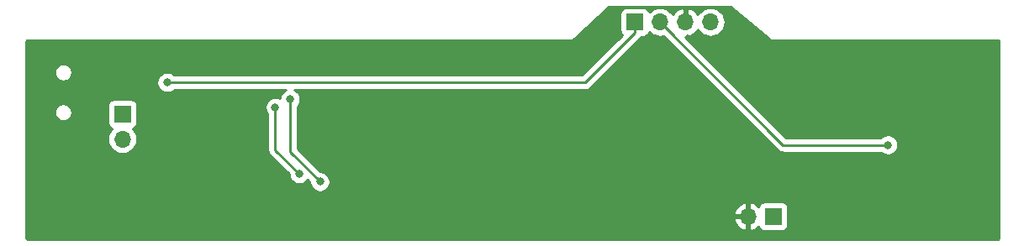
<source format=gbr>
G04 #@! TF.GenerationSoftware,KiCad,Pcbnew,5.1.2*
G04 #@! TF.CreationDate,2019-05-27T08:48:39-05:00*
G04 #@! TF.ProjectId,14500,31343530-302e-46b6-9963-61645f706362,rev?*
G04 #@! TF.SameCoordinates,Original*
G04 #@! TF.FileFunction,Copper,L2,Bot*
G04 #@! TF.FilePolarity,Positive*
%FSLAX46Y46*%
G04 Gerber Fmt 4.6, Leading zero omitted, Abs format (unit mm)*
G04 Created by KiCad (PCBNEW 5.1.2) date 2019-05-27 08:48:39*
%MOMM*%
%LPD*%
G04 APERTURE LIST*
%ADD10O,1.700000X1.700000*%
%ADD11R,1.700000X1.700000*%
%ADD12C,0.800000*%
%ADD13C,0.250000*%
%ADD14C,0.254000*%
G04 APERTURE END LIST*
D10*
X185100000Y-76500000D03*
D11*
X187640000Y-76500000D03*
X173700000Y-56900000D03*
D10*
X176240000Y-56900000D03*
X178780000Y-56900000D03*
X181320000Y-56900000D03*
D11*
X122100000Y-66160000D03*
D10*
X122100000Y-68700000D03*
D12*
X199200000Y-69300000D03*
X128000000Y-64700000D03*
X126600000Y-63000000D03*
X137500000Y-65500000D03*
X139900000Y-72200000D03*
X142000000Y-73000000D03*
X139000000Y-64700000D03*
D13*
X189440998Y-69300000D02*
X199200000Y-69300000D01*
X176240000Y-56900000D02*
X188640000Y-69300000D01*
X188640000Y-69300000D02*
X189440998Y-69300000D01*
X173700000Y-58000000D02*
X173700000Y-56900000D01*
X168700000Y-63000000D02*
X173700000Y-58000000D01*
X126600000Y-63000000D02*
X168700000Y-63000000D01*
X137500000Y-69800000D02*
X139900000Y-72200000D01*
X137500000Y-65500000D02*
X137500000Y-69800000D01*
X139000000Y-70000000D02*
X142000000Y-73000000D01*
X139000000Y-64700000D02*
X139000000Y-70000000D01*
D14*
G36*
X187318697Y-58697564D02*
G01*
X187339293Y-58711551D01*
X187362222Y-58721251D01*
X187386602Y-58726291D01*
X187400000Y-58727000D01*
X210295668Y-58727000D01*
X210337343Y-58760989D01*
X210373000Y-58804091D01*
X210373000Y-78695668D01*
X210339011Y-78737343D01*
X210295909Y-78773000D01*
X112504332Y-78773000D01*
X112462657Y-78739011D01*
X112420752Y-78688356D01*
X112389485Y-78630529D01*
X112370044Y-78567728D01*
X112360000Y-78472165D01*
X112360000Y-76856891D01*
X183658519Y-76856891D01*
X183755843Y-77131252D01*
X183904822Y-77381355D01*
X184099731Y-77597588D01*
X184333080Y-77771641D01*
X184595901Y-77896825D01*
X184743110Y-77941476D01*
X184973000Y-77820155D01*
X184973000Y-76627000D01*
X183779186Y-76627000D01*
X183658519Y-76856891D01*
X112360000Y-76856891D01*
X112360000Y-76143109D01*
X183658519Y-76143109D01*
X183779186Y-76373000D01*
X184973000Y-76373000D01*
X184973000Y-75179845D01*
X185227000Y-75179845D01*
X185227000Y-76373000D01*
X185247000Y-76373000D01*
X185247000Y-76627000D01*
X185227000Y-76627000D01*
X185227000Y-77820155D01*
X185456890Y-77941476D01*
X185604099Y-77896825D01*
X185866920Y-77771641D01*
X186100269Y-77597588D01*
X186176034Y-77513534D01*
X186200498Y-77594180D01*
X186259463Y-77704494D01*
X186338815Y-77801185D01*
X186435506Y-77880537D01*
X186545820Y-77939502D01*
X186665518Y-77975812D01*
X186790000Y-77988072D01*
X188490000Y-77988072D01*
X188614482Y-77975812D01*
X188734180Y-77939502D01*
X188844494Y-77880537D01*
X188941185Y-77801185D01*
X189020537Y-77704494D01*
X189079502Y-77594180D01*
X189115812Y-77474482D01*
X189128072Y-77350000D01*
X189128072Y-75650000D01*
X189115812Y-75525518D01*
X189079502Y-75405820D01*
X189020537Y-75295506D01*
X188941185Y-75198815D01*
X188844494Y-75119463D01*
X188734180Y-75060498D01*
X188614482Y-75024188D01*
X188490000Y-75011928D01*
X186790000Y-75011928D01*
X186665518Y-75024188D01*
X186545820Y-75060498D01*
X186435506Y-75119463D01*
X186338815Y-75198815D01*
X186259463Y-75295506D01*
X186200498Y-75405820D01*
X186176034Y-75486466D01*
X186100269Y-75402412D01*
X185866920Y-75228359D01*
X185604099Y-75103175D01*
X185456890Y-75058524D01*
X185227000Y-75179845D01*
X184973000Y-75179845D01*
X184743110Y-75058524D01*
X184595901Y-75103175D01*
X184333080Y-75228359D01*
X184099731Y-75402412D01*
X183904822Y-75618645D01*
X183755843Y-75868748D01*
X183658519Y-76143109D01*
X112360000Y-76143109D01*
X112360000Y-68700000D01*
X120607815Y-68700000D01*
X120636487Y-68991111D01*
X120721401Y-69271034D01*
X120859294Y-69529014D01*
X121044866Y-69755134D01*
X121270986Y-69940706D01*
X121528966Y-70078599D01*
X121808889Y-70163513D01*
X122027050Y-70185000D01*
X122172950Y-70185000D01*
X122391111Y-70163513D01*
X122671034Y-70078599D01*
X122929014Y-69940706D01*
X123155134Y-69755134D01*
X123340706Y-69529014D01*
X123478599Y-69271034D01*
X123563513Y-68991111D01*
X123592185Y-68700000D01*
X123563513Y-68408889D01*
X123478599Y-68128966D01*
X123340706Y-67870986D01*
X123155134Y-67644866D01*
X123125313Y-67620393D01*
X123194180Y-67599502D01*
X123304494Y-67540537D01*
X123401185Y-67461185D01*
X123480537Y-67364494D01*
X123539502Y-67254180D01*
X123575812Y-67134482D01*
X123588072Y-67010000D01*
X123588072Y-65310000D01*
X123575812Y-65185518D01*
X123539502Y-65065820D01*
X123480537Y-64955506D01*
X123401185Y-64858815D01*
X123304494Y-64779463D01*
X123194180Y-64720498D01*
X123074482Y-64684188D01*
X122950000Y-64671928D01*
X121250000Y-64671928D01*
X121125518Y-64684188D01*
X121005820Y-64720498D01*
X120895506Y-64779463D01*
X120798815Y-64858815D01*
X120719463Y-64955506D01*
X120660498Y-65065820D01*
X120624188Y-65185518D01*
X120611928Y-65310000D01*
X120611928Y-67010000D01*
X120624188Y-67134482D01*
X120660498Y-67254180D01*
X120719463Y-67364494D01*
X120798815Y-67461185D01*
X120895506Y-67540537D01*
X121005820Y-67599502D01*
X121074687Y-67620393D01*
X121044866Y-67644866D01*
X120859294Y-67870986D01*
X120721401Y-68128966D01*
X120636487Y-68408889D01*
X120607815Y-68700000D01*
X112360000Y-68700000D01*
X112360000Y-65912835D01*
X115265000Y-65912835D01*
X115265000Y-66087165D01*
X115299010Y-66258145D01*
X115365723Y-66419205D01*
X115462576Y-66564155D01*
X115585845Y-66687424D01*
X115730795Y-66784277D01*
X115891855Y-66850990D01*
X116062835Y-66885000D01*
X116237165Y-66885000D01*
X116408145Y-66850990D01*
X116569205Y-66784277D01*
X116714155Y-66687424D01*
X116837424Y-66564155D01*
X116934277Y-66419205D01*
X117000990Y-66258145D01*
X117035000Y-66087165D01*
X117035000Y-65912835D01*
X117000990Y-65741855D01*
X116934277Y-65580795D01*
X116837424Y-65435845D01*
X116714155Y-65312576D01*
X116569205Y-65215723D01*
X116408145Y-65149010D01*
X116237165Y-65115000D01*
X116062835Y-65115000D01*
X115891855Y-65149010D01*
X115730795Y-65215723D01*
X115585845Y-65312576D01*
X115462576Y-65435845D01*
X115365723Y-65580795D01*
X115299010Y-65741855D01*
X115265000Y-65912835D01*
X112360000Y-65912835D01*
X112360000Y-62898061D01*
X125565000Y-62898061D01*
X125565000Y-63101939D01*
X125604774Y-63301898D01*
X125682795Y-63490256D01*
X125796063Y-63659774D01*
X125940226Y-63803937D01*
X126109744Y-63917205D01*
X126298102Y-63995226D01*
X126498061Y-64035000D01*
X126701939Y-64035000D01*
X126901898Y-63995226D01*
X127090256Y-63917205D01*
X127259774Y-63803937D01*
X127303711Y-63760000D01*
X138564776Y-63760000D01*
X138509744Y-63782795D01*
X138340226Y-63896063D01*
X138196063Y-64040226D01*
X138082795Y-64209744D01*
X138004774Y-64398102D01*
X137969728Y-64574292D01*
X137801898Y-64504774D01*
X137601939Y-64465000D01*
X137398061Y-64465000D01*
X137198102Y-64504774D01*
X137009744Y-64582795D01*
X136840226Y-64696063D01*
X136696063Y-64840226D01*
X136582795Y-65009744D01*
X136504774Y-65198102D01*
X136465000Y-65398061D01*
X136465000Y-65601939D01*
X136504774Y-65801898D01*
X136582795Y-65990256D01*
X136696063Y-66159774D01*
X136740000Y-66203711D01*
X136740001Y-69762668D01*
X136736324Y-69800000D01*
X136740001Y-69837333D01*
X136750998Y-69948986D01*
X136764180Y-69992442D01*
X136794454Y-70092246D01*
X136865026Y-70224276D01*
X136920809Y-70292247D01*
X136960000Y-70340001D01*
X136988998Y-70363799D01*
X138865000Y-72239802D01*
X138865000Y-72301939D01*
X138904774Y-72501898D01*
X138982795Y-72690256D01*
X139096063Y-72859774D01*
X139240226Y-73003937D01*
X139409744Y-73117205D01*
X139598102Y-73195226D01*
X139798061Y-73235000D01*
X140001939Y-73235000D01*
X140201898Y-73195226D01*
X140390256Y-73117205D01*
X140559774Y-73003937D01*
X140703937Y-72859774D01*
X140736395Y-72811197D01*
X140965000Y-73039802D01*
X140965000Y-73101939D01*
X141004774Y-73301898D01*
X141082795Y-73490256D01*
X141196063Y-73659774D01*
X141340226Y-73803937D01*
X141509744Y-73917205D01*
X141698102Y-73995226D01*
X141898061Y-74035000D01*
X142101939Y-74035000D01*
X142301898Y-73995226D01*
X142490256Y-73917205D01*
X142659774Y-73803937D01*
X142803937Y-73659774D01*
X142917205Y-73490256D01*
X142995226Y-73301898D01*
X143035000Y-73101939D01*
X143035000Y-72898061D01*
X142995226Y-72698102D01*
X142917205Y-72509744D01*
X142803937Y-72340226D01*
X142659774Y-72196063D01*
X142490256Y-72082795D01*
X142301898Y-72004774D01*
X142101939Y-71965000D01*
X142039802Y-71965000D01*
X139760000Y-69685199D01*
X139760000Y-65403711D01*
X139803937Y-65359774D01*
X139917205Y-65190256D01*
X139995226Y-65001898D01*
X140035000Y-64801939D01*
X140035000Y-64598061D01*
X139995226Y-64398102D01*
X139917205Y-64209744D01*
X139803937Y-64040226D01*
X139659774Y-63896063D01*
X139490256Y-63782795D01*
X139435224Y-63760000D01*
X168662678Y-63760000D01*
X168700000Y-63763676D01*
X168737322Y-63760000D01*
X168737333Y-63760000D01*
X168848986Y-63749003D01*
X168992247Y-63705546D01*
X169124276Y-63634974D01*
X169240001Y-63540001D01*
X169263804Y-63510997D01*
X174211004Y-58563798D01*
X174240001Y-58540001D01*
X174334974Y-58424276D01*
X174354326Y-58388072D01*
X174550000Y-58388072D01*
X174674482Y-58375812D01*
X174794180Y-58339502D01*
X174904494Y-58280537D01*
X175001185Y-58201185D01*
X175080537Y-58104494D01*
X175139502Y-57994180D01*
X175160393Y-57925313D01*
X175184866Y-57955134D01*
X175410986Y-58140706D01*
X175668966Y-58278599D01*
X175948889Y-58363513D01*
X176167050Y-58385000D01*
X176312950Y-58385000D01*
X176531111Y-58363513D01*
X176605996Y-58340797D01*
X188076201Y-69811003D01*
X188099999Y-69840001D01*
X188215724Y-69934974D01*
X188347753Y-70005546D01*
X188491014Y-70049003D01*
X188602667Y-70060000D01*
X188602676Y-70060000D01*
X188639999Y-70063676D01*
X188677322Y-70060000D01*
X198496289Y-70060000D01*
X198540226Y-70103937D01*
X198709744Y-70217205D01*
X198898102Y-70295226D01*
X199098061Y-70335000D01*
X199301939Y-70335000D01*
X199501898Y-70295226D01*
X199690256Y-70217205D01*
X199859774Y-70103937D01*
X200003937Y-69959774D01*
X200117205Y-69790256D01*
X200195226Y-69601898D01*
X200235000Y-69401939D01*
X200235000Y-69198061D01*
X200195226Y-68998102D01*
X200117205Y-68809744D01*
X200003937Y-68640226D01*
X199859774Y-68496063D01*
X199690256Y-68382795D01*
X199501898Y-68304774D01*
X199301939Y-68265000D01*
X199098061Y-68265000D01*
X198898102Y-68304774D01*
X198709744Y-68382795D01*
X198540226Y-68496063D01*
X198496289Y-68540000D01*
X188954802Y-68540000D01*
X178799801Y-58385000D01*
X178907002Y-58385000D01*
X178907002Y-58220156D01*
X179136890Y-58341476D01*
X179284099Y-58296825D01*
X179546920Y-58171641D01*
X179780269Y-57997588D01*
X179975178Y-57781355D01*
X180044799Y-57664477D01*
X180079294Y-57729014D01*
X180264866Y-57955134D01*
X180490986Y-58140706D01*
X180748966Y-58278599D01*
X181028889Y-58363513D01*
X181247050Y-58385000D01*
X181392950Y-58385000D01*
X181611111Y-58363513D01*
X181891034Y-58278599D01*
X182149014Y-58140706D01*
X182375134Y-57955134D01*
X182560706Y-57729014D01*
X182698599Y-57471034D01*
X182783513Y-57191111D01*
X182812185Y-56900000D01*
X182783513Y-56608889D01*
X182698599Y-56328966D01*
X182560706Y-56070986D01*
X182375134Y-55844866D01*
X182149014Y-55659294D01*
X181891034Y-55521401D01*
X181611111Y-55436487D01*
X181392950Y-55415000D01*
X181247050Y-55415000D01*
X181028889Y-55436487D01*
X180748966Y-55521401D01*
X180490986Y-55659294D01*
X180264866Y-55844866D01*
X180079294Y-56070986D01*
X180044799Y-56135523D01*
X179975178Y-56018645D01*
X179780269Y-55802412D01*
X179546920Y-55628359D01*
X179284099Y-55503175D01*
X179136890Y-55458524D01*
X178907000Y-55579845D01*
X178907000Y-56773000D01*
X178927000Y-56773000D01*
X178927000Y-57027000D01*
X178907000Y-57027000D01*
X178907000Y-57047000D01*
X178653000Y-57047000D01*
X178653000Y-57027000D01*
X178633000Y-57027000D01*
X178633000Y-56773000D01*
X178653000Y-56773000D01*
X178653000Y-55579845D01*
X178423110Y-55458524D01*
X178275901Y-55503175D01*
X178013080Y-55628359D01*
X177779731Y-55802412D01*
X177584822Y-56018645D01*
X177515201Y-56135523D01*
X177480706Y-56070986D01*
X177295134Y-55844866D01*
X177069014Y-55659294D01*
X176811034Y-55521401D01*
X176531111Y-55436487D01*
X176312950Y-55415000D01*
X176167050Y-55415000D01*
X175948889Y-55436487D01*
X175668966Y-55521401D01*
X175410986Y-55659294D01*
X175184866Y-55844866D01*
X175160393Y-55874687D01*
X175139502Y-55805820D01*
X175080537Y-55695506D01*
X175001185Y-55598815D01*
X174904494Y-55519463D01*
X174794180Y-55460498D01*
X174674482Y-55424188D01*
X174550000Y-55411928D01*
X172850000Y-55411928D01*
X172725518Y-55424188D01*
X172605820Y-55460498D01*
X172495506Y-55519463D01*
X172398815Y-55598815D01*
X172319463Y-55695506D01*
X172260498Y-55805820D01*
X172224188Y-55925518D01*
X172211928Y-56050000D01*
X172211928Y-57750000D01*
X172224188Y-57874482D01*
X172260498Y-57994180D01*
X172319463Y-58104494D01*
X172398815Y-58201185D01*
X172412655Y-58212543D01*
X168385199Y-62240000D01*
X127303711Y-62240000D01*
X127259774Y-62196063D01*
X127090256Y-62082795D01*
X126901898Y-62004774D01*
X126701939Y-61965000D01*
X126498061Y-61965000D01*
X126298102Y-62004774D01*
X126109744Y-62082795D01*
X125940226Y-62196063D01*
X125796063Y-62340226D01*
X125682795Y-62509744D01*
X125604774Y-62698102D01*
X125565000Y-62898061D01*
X112360000Y-62898061D01*
X112360000Y-61912835D01*
X115265000Y-61912835D01*
X115265000Y-62087165D01*
X115299010Y-62258145D01*
X115365723Y-62419205D01*
X115462576Y-62564155D01*
X115585845Y-62687424D01*
X115730795Y-62784277D01*
X115891855Y-62850990D01*
X116062835Y-62885000D01*
X116237165Y-62885000D01*
X116408145Y-62850990D01*
X116569205Y-62784277D01*
X116714155Y-62687424D01*
X116837424Y-62564155D01*
X116934277Y-62419205D01*
X117000990Y-62258145D01*
X117035000Y-62087165D01*
X117035000Y-61912835D01*
X117000990Y-61741855D01*
X116934277Y-61580795D01*
X116837424Y-61435845D01*
X116714155Y-61312576D01*
X116569205Y-61215723D01*
X116408145Y-61149010D01*
X116237165Y-61115000D01*
X116062835Y-61115000D01*
X115891855Y-61149010D01*
X115730795Y-61215723D01*
X115585845Y-61312576D01*
X115462576Y-61435845D01*
X115365723Y-61580795D01*
X115299010Y-61741855D01*
X115265000Y-61912835D01*
X112360000Y-61912835D01*
X112360000Y-59032279D01*
X112369580Y-58934576D01*
X112388580Y-58871644D01*
X112419445Y-58813595D01*
X112460989Y-58762657D01*
X112504091Y-58727000D01*
X167400000Y-58727000D01*
X167424776Y-58724560D01*
X167448601Y-58717333D01*
X167470557Y-58705597D01*
X167486039Y-58693414D01*
X171105174Y-55360000D01*
X183313620Y-55360000D01*
X187318697Y-58697564D01*
X187318697Y-58697564D01*
G37*
X187318697Y-58697564D02*
X187339293Y-58711551D01*
X187362222Y-58721251D01*
X187386602Y-58726291D01*
X187400000Y-58727000D01*
X210295668Y-58727000D01*
X210337343Y-58760989D01*
X210373000Y-58804091D01*
X210373000Y-78695668D01*
X210339011Y-78737343D01*
X210295909Y-78773000D01*
X112504332Y-78773000D01*
X112462657Y-78739011D01*
X112420752Y-78688356D01*
X112389485Y-78630529D01*
X112370044Y-78567728D01*
X112360000Y-78472165D01*
X112360000Y-76856891D01*
X183658519Y-76856891D01*
X183755843Y-77131252D01*
X183904822Y-77381355D01*
X184099731Y-77597588D01*
X184333080Y-77771641D01*
X184595901Y-77896825D01*
X184743110Y-77941476D01*
X184973000Y-77820155D01*
X184973000Y-76627000D01*
X183779186Y-76627000D01*
X183658519Y-76856891D01*
X112360000Y-76856891D01*
X112360000Y-76143109D01*
X183658519Y-76143109D01*
X183779186Y-76373000D01*
X184973000Y-76373000D01*
X184973000Y-75179845D01*
X185227000Y-75179845D01*
X185227000Y-76373000D01*
X185247000Y-76373000D01*
X185247000Y-76627000D01*
X185227000Y-76627000D01*
X185227000Y-77820155D01*
X185456890Y-77941476D01*
X185604099Y-77896825D01*
X185866920Y-77771641D01*
X186100269Y-77597588D01*
X186176034Y-77513534D01*
X186200498Y-77594180D01*
X186259463Y-77704494D01*
X186338815Y-77801185D01*
X186435506Y-77880537D01*
X186545820Y-77939502D01*
X186665518Y-77975812D01*
X186790000Y-77988072D01*
X188490000Y-77988072D01*
X188614482Y-77975812D01*
X188734180Y-77939502D01*
X188844494Y-77880537D01*
X188941185Y-77801185D01*
X189020537Y-77704494D01*
X189079502Y-77594180D01*
X189115812Y-77474482D01*
X189128072Y-77350000D01*
X189128072Y-75650000D01*
X189115812Y-75525518D01*
X189079502Y-75405820D01*
X189020537Y-75295506D01*
X188941185Y-75198815D01*
X188844494Y-75119463D01*
X188734180Y-75060498D01*
X188614482Y-75024188D01*
X188490000Y-75011928D01*
X186790000Y-75011928D01*
X186665518Y-75024188D01*
X186545820Y-75060498D01*
X186435506Y-75119463D01*
X186338815Y-75198815D01*
X186259463Y-75295506D01*
X186200498Y-75405820D01*
X186176034Y-75486466D01*
X186100269Y-75402412D01*
X185866920Y-75228359D01*
X185604099Y-75103175D01*
X185456890Y-75058524D01*
X185227000Y-75179845D01*
X184973000Y-75179845D01*
X184743110Y-75058524D01*
X184595901Y-75103175D01*
X184333080Y-75228359D01*
X184099731Y-75402412D01*
X183904822Y-75618645D01*
X183755843Y-75868748D01*
X183658519Y-76143109D01*
X112360000Y-76143109D01*
X112360000Y-68700000D01*
X120607815Y-68700000D01*
X120636487Y-68991111D01*
X120721401Y-69271034D01*
X120859294Y-69529014D01*
X121044866Y-69755134D01*
X121270986Y-69940706D01*
X121528966Y-70078599D01*
X121808889Y-70163513D01*
X122027050Y-70185000D01*
X122172950Y-70185000D01*
X122391111Y-70163513D01*
X122671034Y-70078599D01*
X122929014Y-69940706D01*
X123155134Y-69755134D01*
X123340706Y-69529014D01*
X123478599Y-69271034D01*
X123563513Y-68991111D01*
X123592185Y-68700000D01*
X123563513Y-68408889D01*
X123478599Y-68128966D01*
X123340706Y-67870986D01*
X123155134Y-67644866D01*
X123125313Y-67620393D01*
X123194180Y-67599502D01*
X123304494Y-67540537D01*
X123401185Y-67461185D01*
X123480537Y-67364494D01*
X123539502Y-67254180D01*
X123575812Y-67134482D01*
X123588072Y-67010000D01*
X123588072Y-65310000D01*
X123575812Y-65185518D01*
X123539502Y-65065820D01*
X123480537Y-64955506D01*
X123401185Y-64858815D01*
X123304494Y-64779463D01*
X123194180Y-64720498D01*
X123074482Y-64684188D01*
X122950000Y-64671928D01*
X121250000Y-64671928D01*
X121125518Y-64684188D01*
X121005820Y-64720498D01*
X120895506Y-64779463D01*
X120798815Y-64858815D01*
X120719463Y-64955506D01*
X120660498Y-65065820D01*
X120624188Y-65185518D01*
X120611928Y-65310000D01*
X120611928Y-67010000D01*
X120624188Y-67134482D01*
X120660498Y-67254180D01*
X120719463Y-67364494D01*
X120798815Y-67461185D01*
X120895506Y-67540537D01*
X121005820Y-67599502D01*
X121074687Y-67620393D01*
X121044866Y-67644866D01*
X120859294Y-67870986D01*
X120721401Y-68128966D01*
X120636487Y-68408889D01*
X120607815Y-68700000D01*
X112360000Y-68700000D01*
X112360000Y-65912835D01*
X115265000Y-65912835D01*
X115265000Y-66087165D01*
X115299010Y-66258145D01*
X115365723Y-66419205D01*
X115462576Y-66564155D01*
X115585845Y-66687424D01*
X115730795Y-66784277D01*
X115891855Y-66850990D01*
X116062835Y-66885000D01*
X116237165Y-66885000D01*
X116408145Y-66850990D01*
X116569205Y-66784277D01*
X116714155Y-66687424D01*
X116837424Y-66564155D01*
X116934277Y-66419205D01*
X117000990Y-66258145D01*
X117035000Y-66087165D01*
X117035000Y-65912835D01*
X117000990Y-65741855D01*
X116934277Y-65580795D01*
X116837424Y-65435845D01*
X116714155Y-65312576D01*
X116569205Y-65215723D01*
X116408145Y-65149010D01*
X116237165Y-65115000D01*
X116062835Y-65115000D01*
X115891855Y-65149010D01*
X115730795Y-65215723D01*
X115585845Y-65312576D01*
X115462576Y-65435845D01*
X115365723Y-65580795D01*
X115299010Y-65741855D01*
X115265000Y-65912835D01*
X112360000Y-65912835D01*
X112360000Y-62898061D01*
X125565000Y-62898061D01*
X125565000Y-63101939D01*
X125604774Y-63301898D01*
X125682795Y-63490256D01*
X125796063Y-63659774D01*
X125940226Y-63803937D01*
X126109744Y-63917205D01*
X126298102Y-63995226D01*
X126498061Y-64035000D01*
X126701939Y-64035000D01*
X126901898Y-63995226D01*
X127090256Y-63917205D01*
X127259774Y-63803937D01*
X127303711Y-63760000D01*
X138564776Y-63760000D01*
X138509744Y-63782795D01*
X138340226Y-63896063D01*
X138196063Y-64040226D01*
X138082795Y-64209744D01*
X138004774Y-64398102D01*
X137969728Y-64574292D01*
X137801898Y-64504774D01*
X137601939Y-64465000D01*
X137398061Y-64465000D01*
X137198102Y-64504774D01*
X137009744Y-64582795D01*
X136840226Y-64696063D01*
X136696063Y-64840226D01*
X136582795Y-65009744D01*
X136504774Y-65198102D01*
X136465000Y-65398061D01*
X136465000Y-65601939D01*
X136504774Y-65801898D01*
X136582795Y-65990256D01*
X136696063Y-66159774D01*
X136740000Y-66203711D01*
X136740001Y-69762668D01*
X136736324Y-69800000D01*
X136740001Y-69837333D01*
X136750998Y-69948986D01*
X136764180Y-69992442D01*
X136794454Y-70092246D01*
X136865026Y-70224276D01*
X136920809Y-70292247D01*
X136960000Y-70340001D01*
X136988998Y-70363799D01*
X138865000Y-72239802D01*
X138865000Y-72301939D01*
X138904774Y-72501898D01*
X138982795Y-72690256D01*
X139096063Y-72859774D01*
X139240226Y-73003937D01*
X139409744Y-73117205D01*
X139598102Y-73195226D01*
X139798061Y-73235000D01*
X140001939Y-73235000D01*
X140201898Y-73195226D01*
X140390256Y-73117205D01*
X140559774Y-73003937D01*
X140703937Y-72859774D01*
X140736395Y-72811197D01*
X140965000Y-73039802D01*
X140965000Y-73101939D01*
X141004774Y-73301898D01*
X141082795Y-73490256D01*
X141196063Y-73659774D01*
X141340226Y-73803937D01*
X141509744Y-73917205D01*
X141698102Y-73995226D01*
X141898061Y-74035000D01*
X142101939Y-74035000D01*
X142301898Y-73995226D01*
X142490256Y-73917205D01*
X142659774Y-73803937D01*
X142803937Y-73659774D01*
X142917205Y-73490256D01*
X142995226Y-73301898D01*
X143035000Y-73101939D01*
X143035000Y-72898061D01*
X142995226Y-72698102D01*
X142917205Y-72509744D01*
X142803937Y-72340226D01*
X142659774Y-72196063D01*
X142490256Y-72082795D01*
X142301898Y-72004774D01*
X142101939Y-71965000D01*
X142039802Y-71965000D01*
X139760000Y-69685199D01*
X139760000Y-65403711D01*
X139803937Y-65359774D01*
X139917205Y-65190256D01*
X139995226Y-65001898D01*
X140035000Y-64801939D01*
X140035000Y-64598061D01*
X139995226Y-64398102D01*
X139917205Y-64209744D01*
X139803937Y-64040226D01*
X139659774Y-63896063D01*
X139490256Y-63782795D01*
X139435224Y-63760000D01*
X168662678Y-63760000D01*
X168700000Y-63763676D01*
X168737322Y-63760000D01*
X168737333Y-63760000D01*
X168848986Y-63749003D01*
X168992247Y-63705546D01*
X169124276Y-63634974D01*
X169240001Y-63540001D01*
X169263804Y-63510997D01*
X174211004Y-58563798D01*
X174240001Y-58540001D01*
X174334974Y-58424276D01*
X174354326Y-58388072D01*
X174550000Y-58388072D01*
X174674482Y-58375812D01*
X174794180Y-58339502D01*
X174904494Y-58280537D01*
X175001185Y-58201185D01*
X175080537Y-58104494D01*
X175139502Y-57994180D01*
X175160393Y-57925313D01*
X175184866Y-57955134D01*
X175410986Y-58140706D01*
X175668966Y-58278599D01*
X175948889Y-58363513D01*
X176167050Y-58385000D01*
X176312950Y-58385000D01*
X176531111Y-58363513D01*
X176605996Y-58340797D01*
X188076201Y-69811003D01*
X188099999Y-69840001D01*
X188215724Y-69934974D01*
X188347753Y-70005546D01*
X188491014Y-70049003D01*
X188602667Y-70060000D01*
X188602676Y-70060000D01*
X188639999Y-70063676D01*
X188677322Y-70060000D01*
X198496289Y-70060000D01*
X198540226Y-70103937D01*
X198709744Y-70217205D01*
X198898102Y-70295226D01*
X199098061Y-70335000D01*
X199301939Y-70335000D01*
X199501898Y-70295226D01*
X199690256Y-70217205D01*
X199859774Y-70103937D01*
X200003937Y-69959774D01*
X200117205Y-69790256D01*
X200195226Y-69601898D01*
X200235000Y-69401939D01*
X200235000Y-69198061D01*
X200195226Y-68998102D01*
X200117205Y-68809744D01*
X200003937Y-68640226D01*
X199859774Y-68496063D01*
X199690256Y-68382795D01*
X199501898Y-68304774D01*
X199301939Y-68265000D01*
X199098061Y-68265000D01*
X198898102Y-68304774D01*
X198709744Y-68382795D01*
X198540226Y-68496063D01*
X198496289Y-68540000D01*
X188954802Y-68540000D01*
X178799801Y-58385000D01*
X178907002Y-58385000D01*
X178907002Y-58220156D01*
X179136890Y-58341476D01*
X179284099Y-58296825D01*
X179546920Y-58171641D01*
X179780269Y-57997588D01*
X179975178Y-57781355D01*
X180044799Y-57664477D01*
X180079294Y-57729014D01*
X180264866Y-57955134D01*
X180490986Y-58140706D01*
X180748966Y-58278599D01*
X181028889Y-58363513D01*
X181247050Y-58385000D01*
X181392950Y-58385000D01*
X181611111Y-58363513D01*
X181891034Y-58278599D01*
X182149014Y-58140706D01*
X182375134Y-57955134D01*
X182560706Y-57729014D01*
X182698599Y-57471034D01*
X182783513Y-57191111D01*
X182812185Y-56900000D01*
X182783513Y-56608889D01*
X182698599Y-56328966D01*
X182560706Y-56070986D01*
X182375134Y-55844866D01*
X182149014Y-55659294D01*
X181891034Y-55521401D01*
X181611111Y-55436487D01*
X181392950Y-55415000D01*
X181247050Y-55415000D01*
X181028889Y-55436487D01*
X180748966Y-55521401D01*
X180490986Y-55659294D01*
X180264866Y-55844866D01*
X180079294Y-56070986D01*
X180044799Y-56135523D01*
X179975178Y-56018645D01*
X179780269Y-55802412D01*
X179546920Y-55628359D01*
X179284099Y-55503175D01*
X179136890Y-55458524D01*
X178907000Y-55579845D01*
X178907000Y-56773000D01*
X178927000Y-56773000D01*
X178927000Y-57027000D01*
X178907000Y-57027000D01*
X178907000Y-57047000D01*
X178653000Y-57047000D01*
X178653000Y-57027000D01*
X178633000Y-57027000D01*
X178633000Y-56773000D01*
X178653000Y-56773000D01*
X178653000Y-55579845D01*
X178423110Y-55458524D01*
X178275901Y-55503175D01*
X178013080Y-55628359D01*
X177779731Y-55802412D01*
X177584822Y-56018645D01*
X177515201Y-56135523D01*
X177480706Y-56070986D01*
X177295134Y-55844866D01*
X177069014Y-55659294D01*
X176811034Y-55521401D01*
X176531111Y-55436487D01*
X176312950Y-55415000D01*
X176167050Y-55415000D01*
X175948889Y-55436487D01*
X175668966Y-55521401D01*
X175410986Y-55659294D01*
X175184866Y-55844866D01*
X175160393Y-55874687D01*
X175139502Y-55805820D01*
X175080537Y-55695506D01*
X175001185Y-55598815D01*
X174904494Y-55519463D01*
X174794180Y-55460498D01*
X174674482Y-55424188D01*
X174550000Y-55411928D01*
X172850000Y-55411928D01*
X172725518Y-55424188D01*
X172605820Y-55460498D01*
X172495506Y-55519463D01*
X172398815Y-55598815D01*
X172319463Y-55695506D01*
X172260498Y-55805820D01*
X172224188Y-55925518D01*
X172211928Y-56050000D01*
X172211928Y-57750000D01*
X172224188Y-57874482D01*
X172260498Y-57994180D01*
X172319463Y-58104494D01*
X172398815Y-58201185D01*
X172412655Y-58212543D01*
X168385199Y-62240000D01*
X127303711Y-62240000D01*
X127259774Y-62196063D01*
X127090256Y-62082795D01*
X126901898Y-62004774D01*
X126701939Y-61965000D01*
X126498061Y-61965000D01*
X126298102Y-62004774D01*
X126109744Y-62082795D01*
X125940226Y-62196063D01*
X125796063Y-62340226D01*
X125682795Y-62509744D01*
X125604774Y-62698102D01*
X125565000Y-62898061D01*
X112360000Y-62898061D01*
X112360000Y-61912835D01*
X115265000Y-61912835D01*
X115265000Y-62087165D01*
X115299010Y-62258145D01*
X115365723Y-62419205D01*
X115462576Y-62564155D01*
X115585845Y-62687424D01*
X115730795Y-62784277D01*
X115891855Y-62850990D01*
X116062835Y-62885000D01*
X116237165Y-62885000D01*
X116408145Y-62850990D01*
X116569205Y-62784277D01*
X116714155Y-62687424D01*
X116837424Y-62564155D01*
X116934277Y-62419205D01*
X117000990Y-62258145D01*
X117035000Y-62087165D01*
X117035000Y-61912835D01*
X117000990Y-61741855D01*
X116934277Y-61580795D01*
X116837424Y-61435845D01*
X116714155Y-61312576D01*
X116569205Y-61215723D01*
X116408145Y-61149010D01*
X116237165Y-61115000D01*
X116062835Y-61115000D01*
X115891855Y-61149010D01*
X115730795Y-61215723D01*
X115585845Y-61312576D01*
X115462576Y-61435845D01*
X115365723Y-61580795D01*
X115299010Y-61741855D01*
X115265000Y-61912835D01*
X112360000Y-61912835D01*
X112360000Y-59032279D01*
X112369580Y-58934576D01*
X112388580Y-58871644D01*
X112419445Y-58813595D01*
X112460989Y-58762657D01*
X112504091Y-58727000D01*
X167400000Y-58727000D01*
X167424776Y-58724560D01*
X167448601Y-58717333D01*
X167470557Y-58705597D01*
X167486039Y-58693414D01*
X171105174Y-55360000D01*
X183313620Y-55360000D01*
X187318697Y-58697564D01*
M02*

</source>
